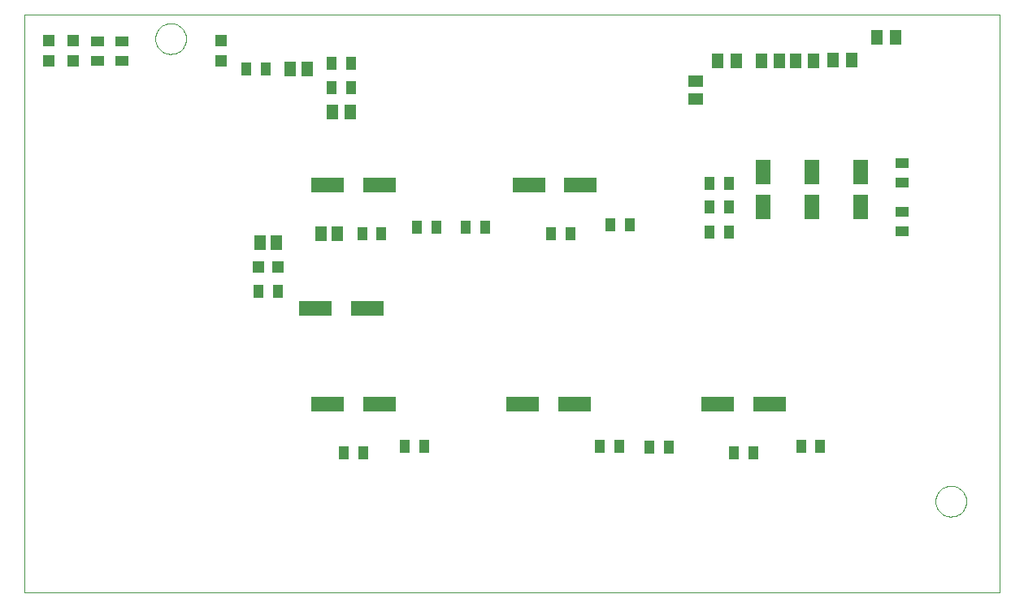
<source format=gtp>
G75*
%MOIN*%
%OFA0B0*%
%FSLAX24Y24*%
%IPPOS*%
%LPD*%
%AMOC8*
5,1,8,0,0,1.08239X$1,22.5*
%
%ADD10C,0.0000*%
%ADD11R,0.0433X0.0551*%
%ADD12R,0.0630X0.1024*%
%ADD13R,0.0472X0.0472*%
%ADD14R,0.1378X0.0630*%
%ADD15R,0.0512X0.0591*%
%ADD16R,0.0512X0.0630*%
%ADD17R,0.0551X0.0433*%
%ADD18R,0.0591X0.0512*%
D10*
X006933Y007050D02*
X046928Y007050D01*
X046928Y030796D01*
X006933Y030796D01*
X006933Y007050D01*
X012303Y029800D02*
X012305Y029850D01*
X012311Y029900D01*
X012321Y029949D01*
X012335Y029997D01*
X012352Y030044D01*
X012373Y030089D01*
X012398Y030133D01*
X012426Y030174D01*
X012458Y030213D01*
X012492Y030250D01*
X012529Y030284D01*
X012569Y030314D01*
X012611Y030341D01*
X012655Y030365D01*
X012701Y030386D01*
X012748Y030402D01*
X012796Y030415D01*
X012846Y030424D01*
X012895Y030429D01*
X012946Y030430D01*
X012996Y030427D01*
X013045Y030420D01*
X013094Y030409D01*
X013142Y030394D01*
X013188Y030376D01*
X013233Y030354D01*
X013276Y030328D01*
X013317Y030299D01*
X013356Y030267D01*
X013392Y030232D01*
X013424Y030194D01*
X013454Y030154D01*
X013481Y030111D01*
X013504Y030067D01*
X013523Y030021D01*
X013539Y029973D01*
X013551Y029924D01*
X013559Y029875D01*
X013563Y029825D01*
X013563Y029775D01*
X013559Y029725D01*
X013551Y029676D01*
X013539Y029627D01*
X013523Y029579D01*
X013504Y029533D01*
X013481Y029489D01*
X013454Y029446D01*
X013424Y029406D01*
X013392Y029368D01*
X013356Y029333D01*
X013317Y029301D01*
X013276Y029272D01*
X013233Y029246D01*
X013188Y029224D01*
X013142Y029206D01*
X013094Y029191D01*
X013045Y029180D01*
X012996Y029173D01*
X012946Y029170D01*
X012895Y029171D01*
X012846Y029176D01*
X012796Y029185D01*
X012748Y029198D01*
X012701Y029214D01*
X012655Y029235D01*
X012611Y029259D01*
X012569Y029286D01*
X012529Y029316D01*
X012492Y029350D01*
X012458Y029387D01*
X012426Y029426D01*
X012398Y029467D01*
X012373Y029511D01*
X012352Y029556D01*
X012335Y029603D01*
X012321Y029651D01*
X012311Y029700D01*
X012305Y029750D01*
X012303Y029800D01*
X044303Y010800D02*
X044305Y010850D01*
X044311Y010900D01*
X044321Y010949D01*
X044335Y010997D01*
X044352Y011044D01*
X044373Y011089D01*
X044398Y011133D01*
X044426Y011174D01*
X044458Y011213D01*
X044492Y011250D01*
X044529Y011284D01*
X044569Y011314D01*
X044611Y011341D01*
X044655Y011365D01*
X044701Y011386D01*
X044748Y011402D01*
X044796Y011415D01*
X044846Y011424D01*
X044895Y011429D01*
X044946Y011430D01*
X044996Y011427D01*
X045045Y011420D01*
X045094Y011409D01*
X045142Y011394D01*
X045188Y011376D01*
X045233Y011354D01*
X045276Y011328D01*
X045317Y011299D01*
X045356Y011267D01*
X045392Y011232D01*
X045424Y011194D01*
X045454Y011154D01*
X045481Y011111D01*
X045504Y011067D01*
X045523Y011021D01*
X045539Y010973D01*
X045551Y010924D01*
X045559Y010875D01*
X045563Y010825D01*
X045563Y010775D01*
X045559Y010725D01*
X045551Y010676D01*
X045539Y010627D01*
X045523Y010579D01*
X045504Y010533D01*
X045481Y010489D01*
X045454Y010446D01*
X045424Y010406D01*
X045392Y010368D01*
X045356Y010333D01*
X045317Y010301D01*
X045276Y010272D01*
X045233Y010246D01*
X045188Y010224D01*
X045142Y010206D01*
X045094Y010191D01*
X045045Y010180D01*
X044996Y010173D01*
X044946Y010170D01*
X044895Y010171D01*
X044846Y010176D01*
X044796Y010185D01*
X044748Y010198D01*
X044701Y010214D01*
X044655Y010235D01*
X044611Y010259D01*
X044569Y010286D01*
X044529Y010316D01*
X044492Y010350D01*
X044458Y010387D01*
X044426Y010426D01*
X044398Y010467D01*
X044373Y010511D01*
X044352Y010556D01*
X044335Y010603D01*
X044321Y010651D01*
X044311Y010700D01*
X044305Y010750D01*
X044303Y010800D01*
D11*
X039577Y013050D03*
X038790Y013050D03*
X036827Y012800D03*
X036040Y012800D03*
X033352Y013025D03*
X032565Y013025D03*
X031327Y013050D03*
X030540Y013050D03*
X023327Y013050D03*
X022540Y013050D03*
X020827Y012800D03*
X020040Y012800D03*
X017327Y019425D03*
X016540Y019425D03*
X020790Y021800D03*
X021577Y021800D03*
X023040Y022050D03*
X023827Y022050D03*
X025040Y022050D03*
X025827Y022050D03*
X028540Y021800D03*
X029327Y021800D03*
X030980Y022149D03*
X031767Y022149D03*
X035040Y021845D03*
X035827Y021845D03*
X035827Y022883D03*
X035040Y022883D03*
X035040Y023862D03*
X035827Y023862D03*
X020327Y027800D03*
X019540Y027800D03*
X019540Y028800D03*
X020327Y028800D03*
X016827Y028550D03*
X016040Y028550D03*
D12*
X037233Y024319D03*
X037233Y022901D03*
X039233Y022901D03*
X039233Y024319D03*
X041233Y024319D03*
X041233Y022901D03*
D13*
X017347Y020425D03*
X016520Y020425D03*
X014996Y028887D03*
X014996Y029713D03*
X008933Y029713D03*
X008933Y028887D03*
X007933Y028887D03*
X007933Y029713D03*
D14*
X019370Y023800D03*
X021496Y023800D03*
X027620Y023800D03*
X029746Y023800D03*
X020996Y018738D03*
X018870Y018738D03*
X019370Y014800D03*
X021496Y014800D03*
X027370Y014800D03*
X029496Y014800D03*
X035370Y014800D03*
X037496Y014800D03*
D15*
X019768Y021800D03*
X019099Y021800D03*
X017268Y021425D03*
X016599Y021425D03*
X017849Y028550D03*
X018518Y028550D03*
X035378Y028879D03*
X036126Y028879D03*
X037150Y028879D03*
X037898Y028879D03*
X038567Y028879D03*
X039315Y028879D03*
X040103Y028918D03*
X040851Y028918D03*
X041914Y029863D03*
X042662Y029863D03*
D16*
X020307Y026800D03*
X019559Y026800D03*
D17*
X010933Y028906D03*
X010933Y029694D03*
X009933Y029694D03*
X009933Y028906D03*
X042933Y024694D03*
X042933Y023906D03*
X042933Y022694D03*
X042933Y021906D03*
D18*
X034473Y027324D03*
X034473Y028072D03*
M02*

</source>
